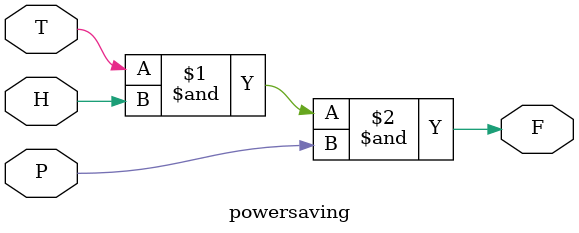
<source format=v>



// Generated by Quartus Prime Version 20.1 (Build Build 720 11/11/2020)
// Created on Thu Sep 23 09:25:47 2021

//  Module Declaration
module powersaving
(
// {{ALTERA_ARGS_BEGIN}} DO NOT REMOVE THIS LINE!
T, H, P, F
// {{ALTERA_ARGS_END}} DO NOT REMOVE THIS LINE!
);
// Port Declaration

// {{ALTERA_IO_BEGIN}} DO NOT REMOVE THIS LINE!
input T;
input H;
input P;
output F;
// {{ALTERA_IO_END}} DO NOT REMOVE THIS LINE!

	and(F,T,H,P);

endmodule

</source>
